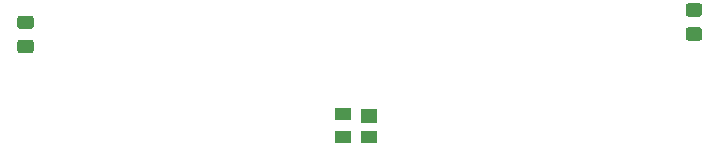
<source format=gbp>
G04 #@! TF.GenerationSoftware,KiCad,Pcbnew,5.99.0-unknown-c7daca1~86~ubuntu18.04.1*
G04 #@! TF.CreationDate,2020-03-26T16:36:09-03:00*
G04 #@! TF.ProjectId,DPL,44504c2e-6b69-4636-9164-5f7063625858,rev?*
G04 #@! TF.SameCoordinates,Original*
G04 #@! TF.FileFunction,Paste,Bot*
G04 #@! TF.FilePolarity,Positive*
%FSLAX46Y46*%
G04 Gerber Fmt 4.6, Leading zero omitted, Abs format (unit mm)*
G04 Created by KiCad (PCBNEW 5.99.0-unknown-c7daca1~86~ubuntu18.04.1) date 2020-03-26 16:36:09*
%MOMM*%
%LPD*%
G01*
G04 APERTURE LIST*
%ADD10R,1.400000X1.000000*%
%ADD11R,1.400000X1.200000*%
G04 APERTURE END LIST*
G36*
G01*
X169099999Y-127200000D02*
X170000001Y-127200000D01*
G75*
G02*
X170250000Y-127449999I0J-249999D01*
G01*
X170250000Y-128100001D01*
G75*
G02*
X170000001Y-128350000I-249999J0D01*
G01*
X169099999Y-128350000D01*
G75*
G02*
X168850000Y-128100001I0J249999D01*
G01*
X168850000Y-127449999D01*
G75*
G02*
X169099999Y-127200000I249999J0D01*
G01*
G37*
G36*
G01*
X169099999Y-125150000D02*
X170000001Y-125150000D01*
G75*
G02*
X170250000Y-125399999I0J-249999D01*
G01*
X170250000Y-126050001D01*
G75*
G02*
X170000001Y-126300000I-249999J0D01*
G01*
X169099999Y-126300000D01*
G75*
G02*
X168850000Y-126050001I0J249999D01*
G01*
X168850000Y-125399999D01*
G75*
G02*
X169099999Y-125150000I249999J0D01*
G01*
G37*
G36*
G01*
X112499999Y-128250000D02*
X113400001Y-128250000D01*
G75*
G02*
X113650000Y-128499999I0J-249999D01*
G01*
X113650000Y-129150001D01*
G75*
G02*
X113400001Y-129400000I-249999J0D01*
G01*
X112499999Y-129400000D01*
G75*
G02*
X112250000Y-129150001I0J249999D01*
G01*
X112250000Y-128499999D01*
G75*
G02*
X112499999Y-128250000I249999J0D01*
G01*
G37*
G36*
G01*
X112499999Y-126200000D02*
X113400001Y-126200000D01*
G75*
G02*
X113650000Y-126449999I0J-249999D01*
G01*
X113650000Y-127100001D01*
G75*
G02*
X113400001Y-127350000I-249999J0D01*
G01*
X112499999Y-127350000D01*
G75*
G02*
X112250000Y-127100001I0J249999D01*
G01*
X112250000Y-126449999D01*
G75*
G02*
X112499999Y-126200000I249999J0D01*
G01*
G37*
D10*
X139825000Y-134550000D03*
X139825000Y-136450000D03*
X142025000Y-136450000D03*
D11*
X142025000Y-134730000D03*
M02*

</source>
